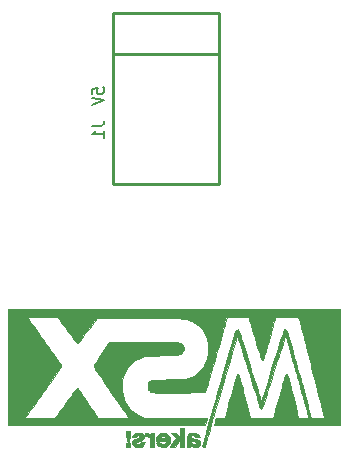
<source format=gbr>
G04 #@! TF.GenerationSoftware,KiCad,Pcbnew,5.1.10-1.fc33*
G04 #@! TF.CreationDate,2021-05-23T00:59:55+02:00*
G04 #@! TF.ProjectId,Omega_DC-DC_adaptor_1.5,4f6d6567-615f-4444-932d-44435f616461,rev?*
G04 #@! TF.SameCoordinates,Original*
G04 #@! TF.FileFunction,Legend,Bot*
G04 #@! TF.FilePolarity,Positive*
%FSLAX46Y46*%
G04 Gerber Fmt 4.6, Leading zero omitted, Abs format (unit mm)*
G04 Created by KiCad (PCBNEW 5.1.10-1.fc33) date 2021-05-23 00:59:55*
%MOMM*%
%LPD*%
G01*
G04 APERTURE LIST*
%ADD10C,0.010000*%
%ADD11C,0.254000*%
%ADD12C,0.203200*%
G04 APERTURE END LIST*
D10*
G36*
X191738250Y-155194000D02*
G01*
X208397038Y-155194000D01*
X208469698Y-154932062D01*
X208504889Y-154805193D01*
X208534838Y-154697215D01*
X208554483Y-154626372D01*
X208557757Y-154614562D01*
X208557930Y-154604718D01*
X208550004Y-154596108D01*
X208530036Y-154588649D01*
X208494082Y-154582259D01*
X208438196Y-154576855D01*
X208358435Y-154572356D01*
X208250855Y-154568679D01*
X208111511Y-154565742D01*
X207936459Y-154563463D01*
X207721754Y-154561760D01*
X207463453Y-154560550D01*
X207157611Y-154559751D01*
X206800284Y-154559281D01*
X206387527Y-154559058D01*
X205915396Y-154559000D01*
X203211112Y-154559000D01*
X202884034Y-154383672D01*
X202596337Y-154220295D01*
X202358951Y-154063592D01*
X202160644Y-153904586D01*
X201990186Y-153734298D01*
X201840522Y-153549434D01*
X201648275Y-153253774D01*
X201507532Y-152953280D01*
X201411743Y-152630959D01*
X201357127Y-152295517D01*
X201334284Y-151849266D01*
X201367514Y-151430072D01*
X201456298Y-151039274D01*
X201600120Y-150678212D01*
X201798463Y-150348227D01*
X202050809Y-150050659D01*
X202312447Y-149820289D01*
X202490911Y-149694599D01*
X202688830Y-149575252D01*
X202888609Y-149471513D01*
X203072652Y-149392650D01*
X203200000Y-149352921D01*
X203266681Y-149343739D01*
X203387859Y-149333598D01*
X203554550Y-149322987D01*
X203757768Y-149312399D01*
X203988527Y-149302326D01*
X204237842Y-149293259D01*
X204358875Y-149289486D01*
X204748267Y-149277676D01*
X205079263Y-149266857D01*
X205356956Y-149256766D01*
X205586437Y-149247141D01*
X205772798Y-149237716D01*
X205921132Y-149228230D01*
X206036530Y-149218419D01*
X206124085Y-149208019D01*
X206188889Y-149196767D01*
X206200125Y-149194261D01*
X206336689Y-149132499D01*
X206451983Y-149024970D01*
X206536672Y-148887561D01*
X206581419Y-148736159D01*
X206576886Y-148586651D01*
X206570820Y-148563484D01*
X206514699Y-148446516D01*
X206425439Y-148332269D01*
X206321219Y-148240363D01*
X206226725Y-148192116D01*
X206182399Y-148188303D01*
X206079187Y-148184407D01*
X205921704Y-148180484D01*
X205714562Y-148176592D01*
X205462377Y-148172787D01*
X205169763Y-148169127D01*
X204841332Y-148165669D01*
X204481701Y-148162470D01*
X204095482Y-148159587D01*
X203687289Y-148157078D01*
X203261737Y-148154999D01*
X203214502Y-148154801D01*
X200292129Y-148142742D01*
X199782871Y-148882308D01*
X199591035Y-149161130D01*
X199432249Y-149392703D01*
X199303403Y-149581980D01*
X199201387Y-149733911D01*
X199123091Y-149853448D01*
X199065404Y-149945540D01*
X199025216Y-150015141D01*
X198999418Y-150067199D01*
X198984900Y-150106667D01*
X198978551Y-150138495D01*
X198977250Y-150164798D01*
X198984032Y-150204474D01*
X199005643Y-150261728D01*
X199043978Y-150339446D01*
X199100934Y-150440516D01*
X199178408Y-150567824D01*
X199278296Y-150724257D01*
X199402495Y-150912702D01*
X199552901Y-151136046D01*
X199731411Y-151397175D01*
X199939922Y-151698976D01*
X200180329Y-152044337D01*
X200454530Y-152436144D01*
X200685602Y-152765209D01*
X200929504Y-153112268D01*
X201139236Y-153411033D01*
X201317257Y-153665077D01*
X201466026Y-153877978D01*
X201588003Y-154053309D01*
X201685646Y-154194647D01*
X201761415Y-154305567D01*
X201817769Y-154389644D01*
X201857167Y-154450455D01*
X201882069Y-154491573D01*
X201894933Y-154516575D01*
X201898250Y-154528297D01*
X201866993Y-154536322D01*
X201775176Y-154543191D01*
X201625727Y-154548840D01*
X201421577Y-154553199D01*
X201165655Y-154556202D01*
X200860892Y-154557782D01*
X200604438Y-154557994D01*
X199310625Y-154556988D01*
X199178777Y-154359556D01*
X199095286Y-154235136D01*
X198988991Y-154077667D01*
X198864598Y-153894042D01*
X198726815Y-153691155D01*
X198580348Y-153475896D01*
X198429903Y-153255158D01*
X198280186Y-153035833D01*
X198135904Y-152824814D01*
X198001763Y-152628992D01*
X197882469Y-152455261D01*
X197782730Y-152310512D01*
X197707251Y-152201638D01*
X197660739Y-152135530D01*
X197650982Y-152122187D01*
X197597051Y-152057458D01*
X197557755Y-152021564D01*
X197551006Y-152019000D01*
X197523306Y-152044424D01*
X197461455Y-152118557D01*
X197367860Y-152238185D01*
X197244927Y-152400096D01*
X197095064Y-152601077D01*
X196920677Y-152837917D01*
X196724174Y-153107401D01*
X196507962Y-153406319D01*
X196421014Y-153527125D01*
X196280850Y-153721964D01*
X196146248Y-153908777D01*
X196023651Y-154078646D01*
X195919501Y-154222651D01*
X195840241Y-154331872D01*
X195796064Y-154392312D01*
X195673193Y-154559000D01*
X194402348Y-154559000D01*
X194074121Y-154558627D01*
X193804628Y-154557409D01*
X193589110Y-154555193D01*
X193422805Y-154551829D01*
X193300952Y-154547165D01*
X193218790Y-154541048D01*
X193171558Y-154533329D01*
X193154495Y-154523854D01*
X193155181Y-154519312D01*
X193185744Y-154473640D01*
X193240913Y-154395578D01*
X193295007Y-154320875D01*
X193440838Y-154120535D01*
X193605626Y-153892373D01*
X193786197Y-153640907D01*
X193979378Y-153370656D01*
X194181996Y-153086137D01*
X194390877Y-152791869D01*
X194602850Y-152492370D01*
X194814740Y-152192158D01*
X195023374Y-151895750D01*
X195225580Y-151607666D01*
X195418184Y-151332424D01*
X195598014Y-151074540D01*
X195761895Y-150838535D01*
X195906655Y-150628924D01*
X196029122Y-150450228D01*
X196126121Y-150306964D01*
X196194479Y-150203650D01*
X196231024Y-150144804D01*
X196236364Y-150132729D01*
X196215767Y-150100791D01*
X196161164Y-150021372D01*
X196075498Y-149898635D01*
X195961711Y-149736742D01*
X195822746Y-149539857D01*
X195661545Y-149312143D01*
X195481050Y-149057762D01*
X195284205Y-148780878D01*
X195073951Y-148485653D01*
X194874370Y-148205859D01*
X194651864Y-147894066D01*
X194438035Y-147594247D01*
X194236075Y-147310892D01*
X194049180Y-147048494D01*
X193880546Y-146811542D01*
X193733366Y-146604527D01*
X193610835Y-146431941D01*
X193516149Y-146298274D01*
X193452502Y-146208017D01*
X193425382Y-146169062D01*
X193322700Y-146018250D01*
X194538663Y-146017816D01*
X194812638Y-146017312D01*
X195068336Y-146016065D01*
X195298402Y-146014168D01*
X195495482Y-146011715D01*
X195652220Y-146008801D01*
X195761261Y-146005520D01*
X195815250Y-146001967D01*
X195818125Y-146001421D01*
X195844362Y-146004024D01*
X195879460Y-146027275D01*
X195928054Y-146076732D01*
X195994781Y-146157952D01*
X196084277Y-146276494D01*
X196201178Y-146437913D01*
X196310250Y-146591341D01*
X196577984Y-146968010D01*
X196811518Y-147292715D01*
X197011642Y-147566486D01*
X197179140Y-147790354D01*
X197314801Y-147965348D01*
X197419409Y-148092498D01*
X197493753Y-148172834D01*
X197538619Y-148207386D01*
X197545759Y-148209000D01*
X197571882Y-148204408D01*
X197603186Y-148187845D01*
X197643147Y-148155128D01*
X197695242Y-148102075D01*
X197762946Y-148024503D01*
X197849737Y-147918230D01*
X197959090Y-147779073D01*
X198094482Y-147602851D01*
X198259388Y-147385380D01*
X198457285Y-147122478D01*
X198536082Y-147017494D01*
X199245669Y-146071588D01*
X202575820Y-146093928D01*
X203171226Y-146098070D01*
X203706661Y-146102173D01*
X204185655Y-146106366D01*
X204611737Y-146110774D01*
X204988435Y-146115526D01*
X205319279Y-146120747D01*
X205607798Y-146126565D01*
X205857521Y-146133107D01*
X206071976Y-146140501D01*
X206254695Y-146148872D01*
X206409204Y-146158348D01*
X206539034Y-146169057D01*
X206647713Y-146181124D01*
X206738772Y-146194678D01*
X206815737Y-146209845D01*
X206882140Y-146226753D01*
X206941509Y-146245527D01*
X206958891Y-146251693D01*
X207281088Y-146394869D01*
X207583750Y-146580173D01*
X207860116Y-146800309D01*
X208103426Y-147047979D01*
X208306919Y-147315888D01*
X208463833Y-147596737D01*
X208567409Y-147883230D01*
X208595860Y-148018500D01*
X208611718Y-148163536D01*
X208622179Y-148354558D01*
X208627201Y-148574275D01*
X208626742Y-148805400D01*
X208620763Y-149030643D01*
X208609221Y-149232714D01*
X208599011Y-149340897D01*
X208539851Y-149616591D01*
X208429185Y-149901669D01*
X208275165Y-150183759D01*
X208085940Y-150450490D01*
X207869662Y-150689490D01*
X207634482Y-150888388D01*
X207535791Y-150954663D01*
X207415387Y-151026859D01*
X207302233Y-151087278D01*
X207189101Y-151137162D01*
X207068762Y-151177751D01*
X206933988Y-151210284D01*
X206777550Y-151236001D01*
X206592220Y-151256143D01*
X206370770Y-151271949D01*
X206105970Y-151284659D01*
X205790593Y-151295514D01*
X205501875Y-151303568D01*
X205181362Y-151313291D01*
X204875086Y-151325117D01*
X204589982Y-151338606D01*
X204332986Y-151353315D01*
X204111033Y-151368804D01*
X203931058Y-151384629D01*
X203799996Y-151400350D01*
X203724784Y-151415524D01*
X203720523Y-151417024D01*
X203653081Y-151462924D01*
X203587094Y-151537691D01*
X203579019Y-151549896D01*
X203543540Y-151618469D01*
X203525948Y-151693935D01*
X203522845Y-151797821D01*
X203526519Y-151882630D01*
X203538387Y-152016277D01*
X203560311Y-152110116D01*
X203599318Y-152187765D01*
X203630411Y-152231880D01*
X203695633Y-152313191D01*
X203753333Y-152376682D01*
X203770209Y-152392205D01*
X203811903Y-152400582D01*
X203910836Y-152407831D01*
X204060759Y-152413979D01*
X204255419Y-152419052D01*
X204488569Y-152423076D01*
X204753956Y-152426078D01*
X205045330Y-152428083D01*
X205356442Y-152429118D01*
X205681041Y-152429208D01*
X206012877Y-152428381D01*
X206345699Y-152426663D01*
X206673257Y-152424079D01*
X206989301Y-152420657D01*
X207287580Y-152416421D01*
X207561844Y-152411399D01*
X207805843Y-152405616D01*
X208013327Y-152399099D01*
X208178045Y-152391875D01*
X208293746Y-152383969D01*
X208354181Y-152375407D01*
X208360278Y-152372943D01*
X208399799Y-152323865D01*
X208446587Y-152222616D01*
X208502246Y-152065336D01*
X208544772Y-151928443D01*
X208572816Y-151833270D01*
X208616545Y-151683016D01*
X208674245Y-151483668D01*
X208744200Y-151241216D01*
X208824697Y-150961646D01*
X208914019Y-150650947D01*
X209010453Y-150315107D01*
X209112282Y-149960114D01*
X209217793Y-149591957D01*
X209325270Y-149216623D01*
X209432998Y-148840100D01*
X209539262Y-148468376D01*
X209642348Y-148107440D01*
X209740540Y-147763280D01*
X209832124Y-147441883D01*
X209915385Y-147149238D01*
X209988607Y-146891332D01*
X210050076Y-146674154D01*
X210082822Y-146558000D01*
X210239119Y-146002375D01*
X211128911Y-145998091D01*
X211361023Y-145997672D01*
X211572644Y-145998626D01*
X211755388Y-146000808D01*
X211900870Y-146004074D01*
X212000703Y-146008277D01*
X212046503Y-146013274D01*
X212048039Y-146013966D01*
X212064441Y-146048901D01*
X212095121Y-146136531D01*
X212137410Y-146268356D01*
X212188638Y-146435875D01*
X212246134Y-146630586D01*
X212293689Y-146796125D01*
X212450459Y-147345257D01*
X212591752Y-147833586D01*
X212717795Y-148261836D01*
X212828815Y-148630732D01*
X212925040Y-148940998D01*
X213006695Y-149193359D01*
X213074008Y-149388539D01*
X213127206Y-149527262D01*
X213166516Y-149610253D01*
X213182456Y-149632563D01*
X213245684Y-149663307D01*
X213302806Y-149637746D01*
X213336750Y-149568920D01*
X213351252Y-149515144D01*
X213380943Y-149412128D01*
X213422443Y-149271357D01*
X213472370Y-149104317D01*
X213517431Y-148955125D01*
X213574198Y-148767047D01*
X213627654Y-148588107D01*
X213673716Y-148432111D01*
X213708299Y-148312868D01*
X213724041Y-148256625D01*
X213742778Y-148188095D01*
X213776176Y-148066923D01*
X213821871Y-147901642D01*
X213877501Y-147700786D01*
X213940703Y-147472887D01*
X214009114Y-147226480D01*
X214055559Y-147059337D01*
X214123785Y-146813549D01*
X214186262Y-146587797D01*
X214241028Y-146389221D01*
X214286122Y-146224960D01*
X214319583Y-146102153D01*
X214339450Y-146027937D01*
X214344251Y-146008420D01*
X214374722Y-146005454D01*
X214461028Y-146002945D01*
X214595502Y-146000966D01*
X214770478Y-145999589D01*
X214978293Y-145998886D01*
X215211280Y-145998930D01*
X215320563Y-145999207D01*
X216296875Y-146002375D01*
X216399958Y-146399250D01*
X216433353Y-146528267D01*
X216479671Y-146707854D01*
X216536096Y-146927061D01*
X216599813Y-147174939D01*
X216668006Y-147440537D01*
X216737861Y-147712907D01*
X216775488Y-147859750D01*
X216842425Y-148120851D01*
X216906916Y-148372004D01*
X216966620Y-148604116D01*
X217019192Y-148808094D01*
X217062292Y-148974845D01*
X217093575Y-149095277D01*
X217106783Y-149145625D01*
X217125633Y-149218241D01*
X217158351Y-149345911D01*
X217203283Y-149522117D01*
X217258773Y-149740340D01*
X217323166Y-149994060D01*
X217394808Y-150276760D01*
X217472043Y-150581920D01*
X217553216Y-150903021D01*
X217598515Y-151082375D01*
X217688029Y-151436782D01*
X217780042Y-151800858D01*
X217872041Y-152164668D01*
X217961511Y-152518275D01*
X218045936Y-152851743D01*
X218122802Y-153155137D01*
X218189593Y-153418520D01*
X218243796Y-153631955D01*
X218251574Y-153662545D01*
X218308561Y-153887154D01*
X218360070Y-154091227D01*
X218404112Y-154266807D01*
X218438701Y-154405937D01*
X218461850Y-154500657D01*
X218471573Y-154543009D01*
X218471751Y-154544357D01*
X218441720Y-154549156D01*
X218358475Y-154552381D01*
X218232286Y-154553891D01*
X218073421Y-154553544D01*
X217928198Y-154551812D01*
X217384646Y-154543125D01*
X217148951Y-153701750D01*
X217089056Y-153487967D01*
X217015230Y-153224504D01*
X216930686Y-152922823D01*
X216838636Y-152594385D01*
X216742293Y-152250652D01*
X216644868Y-151903086D01*
X216549574Y-151563148D01*
X216503801Y-151399875D01*
X216403224Y-151040929D01*
X216292587Y-150645745D01*
X216176294Y-150230073D01*
X216058749Y-149809669D01*
X215944358Y-149400286D01*
X215837523Y-149017678D01*
X215742651Y-148677597D01*
X215727082Y-148621750D01*
X215648119Y-148339873D01*
X215572891Y-148074035D01*
X215503403Y-147831122D01*
X215441659Y-147618023D01*
X215389663Y-147441623D01*
X215349418Y-147308811D01*
X215322929Y-147226474D01*
X215314857Y-147204993D01*
X215266369Y-147139961D01*
X215197204Y-147089853D01*
X215128439Y-147066283D01*
X215083918Y-147077749D01*
X215078482Y-147088626D01*
X215067743Y-147117036D01*
X215050758Y-147165935D01*
X215026589Y-147238279D01*
X214994294Y-147337026D01*
X214952934Y-147465131D01*
X214901569Y-147625551D01*
X214839257Y-147821244D01*
X214765059Y-148055165D01*
X214678035Y-148330271D01*
X214577244Y-148649519D01*
X214461745Y-149015865D01*
X214330600Y-149432267D01*
X214182867Y-149901680D01*
X214017606Y-150427061D01*
X213916369Y-150749000D01*
X213806971Y-151096903D01*
X213701604Y-151431962D01*
X213602076Y-151748420D01*
X213510201Y-152040519D01*
X213427788Y-152302503D01*
X213356648Y-152528614D01*
X213298594Y-152713096D01*
X213255435Y-152850190D01*
X213228984Y-152934141D01*
X213224684Y-152947763D01*
X213188986Y-153049101D01*
X213157711Y-153117358D01*
X213137034Y-153139330D01*
X213135588Y-153138263D01*
X213131008Y-153130232D01*
X213123313Y-153111659D01*
X213111588Y-153079666D01*
X213094918Y-153031371D01*
X213072388Y-152963896D01*
X213043084Y-152874362D01*
X213006092Y-152759887D01*
X212960495Y-152617593D01*
X212905379Y-152444600D01*
X212839830Y-152238028D01*
X212762933Y-151994998D01*
X212673773Y-151712630D01*
X212571435Y-151388044D01*
X212455005Y-151018360D01*
X212323567Y-150600700D01*
X212176207Y-150132183D01*
X212012010Y-149609929D01*
X211830061Y-149031059D01*
X211756305Y-148796375D01*
X211657417Y-148482517D01*
X211563796Y-148186934D01*
X211477230Y-147915160D01*
X211399505Y-147672736D01*
X211332410Y-147465197D01*
X211277732Y-147298082D01*
X211237257Y-147176928D01*
X211212773Y-147107274D01*
X211206298Y-147092254D01*
X211151855Y-147076731D01*
X211076568Y-147096295D01*
X211004598Y-147141233D01*
X210965613Y-147188996D01*
X210951628Y-147227104D01*
X210924027Y-147313496D01*
X210882546Y-147449072D01*
X210826926Y-147634732D01*
X210756904Y-147871375D01*
X210672220Y-148159901D01*
X210572611Y-148501211D01*
X210457817Y-148896203D01*
X210327576Y-149345777D01*
X210181626Y-149850833D01*
X210019707Y-150412271D01*
X209841557Y-151030990D01*
X209646915Y-151707890D01*
X209435519Y-152443871D01*
X209207107Y-153239833D01*
X209152026Y-153431875D01*
X209068566Y-153722272D01*
X208982369Y-154021084D01*
X208896983Y-154316090D01*
X208815955Y-154595070D01*
X208742832Y-154845801D01*
X208681163Y-155056064D01*
X208647361Y-155170428D01*
X208592692Y-155356480D01*
X208544889Y-155522919D01*
X208506744Y-155659709D01*
X208481050Y-155756818D01*
X208470600Y-155804211D01*
X208470500Y-155805886D01*
X208461459Y-155848902D01*
X208436555Y-155940805D01*
X208399120Y-156069954D01*
X208352483Y-156224706D01*
X208327715Y-156304962D01*
X208261405Y-156518786D01*
X208212981Y-156679967D01*
X208181667Y-156796559D01*
X208166688Y-156876614D01*
X208167270Y-156928187D01*
X208182637Y-156959330D01*
X208212014Y-156978097D01*
X208254626Y-156992541D01*
X208261338Y-156994595D01*
X208335979Y-157014126D01*
X208373487Y-157002370D01*
X208396504Y-156946572D01*
X208405577Y-156913345D01*
X208427927Y-156829708D01*
X208460746Y-156706506D01*
X208498227Y-156565551D01*
X208512549Y-156511625D01*
X208543228Y-156399518D01*
X208588401Y-156239062D01*
X208644477Y-156042781D01*
X208707865Y-155823196D01*
X208774976Y-155592829D01*
X208817492Y-155448000D01*
X208914455Y-155117984D01*
X209021384Y-154752569D01*
X209139012Y-154349221D01*
X209268072Y-153905411D01*
X209409296Y-153418605D01*
X209563417Y-152886274D01*
X209731168Y-152305885D01*
X209913283Y-151674908D01*
X210110493Y-150990810D01*
X210323531Y-150251060D01*
X210553131Y-149453128D01*
X210586784Y-149336125D01*
X210678304Y-149018462D01*
X210764764Y-148719425D01*
X210844550Y-148444522D01*
X210916048Y-148199262D01*
X210977646Y-147989153D01*
X211027730Y-147819704D01*
X211064686Y-147696424D01*
X211086901Y-147624821D01*
X211092819Y-147608395D01*
X211117144Y-147608395D01*
X211128983Y-147640938D01*
X211158127Y-147729013D01*
X211202979Y-147867532D01*
X211261938Y-148051408D01*
X211333406Y-148275552D01*
X211415783Y-148534877D01*
X211507470Y-148824294D01*
X211606868Y-149138715D01*
X211712378Y-149473052D01*
X211822401Y-149822218D01*
X211935337Y-150181124D01*
X212049588Y-150544681D01*
X212163554Y-150907803D01*
X212275636Y-151265401D01*
X212384235Y-151612387D01*
X212487751Y-151943674D01*
X212584586Y-152254172D01*
X212673141Y-152538794D01*
X212751816Y-152792451D01*
X212819012Y-153010057D01*
X212873130Y-153186523D01*
X212912571Y-153316760D01*
X212932482Y-153384250D01*
X212993466Y-153588619D01*
X213043643Y-153733068D01*
X213086483Y-153819546D01*
X213125454Y-153850008D01*
X213164028Y-153826405D01*
X213205674Y-153750689D01*
X213253862Y-153624813D01*
X213271064Y-153574750D01*
X213311051Y-153454266D01*
X213368862Y-153276747D01*
X213443361Y-153045761D01*
X213533415Y-152764876D01*
X213637888Y-152437660D01*
X213755645Y-152067682D01*
X213885553Y-151658511D01*
X214026476Y-151213714D01*
X214177280Y-150736860D01*
X214336830Y-150231517D01*
X214503991Y-149701254D01*
X214632033Y-149294569D01*
X214762975Y-148880382D01*
X214876331Y-148526008D01*
X214972473Y-148230350D01*
X215051773Y-147992315D01*
X215114601Y-147810807D01*
X215161332Y-147684731D01*
X215192335Y-147612991D01*
X215207984Y-147594493D01*
X215208911Y-147595944D01*
X215220525Y-147633601D01*
X215248079Y-147728462D01*
X215290455Y-147876562D01*
X215346537Y-148073939D01*
X215415209Y-148316629D01*
X215495354Y-148600670D01*
X215585854Y-148922097D01*
X215685594Y-149276947D01*
X215793456Y-149661258D01*
X215908325Y-150071065D01*
X216029082Y-150502407D01*
X216154612Y-150951318D01*
X216186797Y-151066500D01*
X216313187Y-151518792D01*
X216434922Y-151954250D01*
X216550897Y-152368936D01*
X216660010Y-152758912D01*
X216761156Y-153120242D01*
X216853234Y-153448989D01*
X216935140Y-153741216D01*
X217005771Y-153992986D01*
X217064024Y-154200361D01*
X217108794Y-154359406D01*
X217138981Y-154466182D01*
X217153479Y-154516754D01*
X217154540Y-154520204D01*
X217147408Y-154536760D01*
X217107122Y-154547569D01*
X217025884Y-154553221D01*
X216895895Y-154554305D01*
X216735145Y-154551954D01*
X216301599Y-154543125D01*
X215977683Y-153241375D01*
X215904337Y-152947973D01*
X215831811Y-152660384D01*
X215762377Y-152387442D01*
X215698308Y-152137982D01*
X215641877Y-151920836D01*
X215595356Y-151744839D01*
X215561018Y-151618825D01*
X215552938Y-151590375D01*
X215506685Y-151429290D01*
X215461669Y-151271001D01*
X215423973Y-151136976D01*
X215404989Y-151068319D01*
X215355911Y-150921184D01*
X215306404Y-150835561D01*
X215257668Y-150811884D01*
X215210900Y-150850587D01*
X215167297Y-150952104D01*
X215159284Y-150979187D01*
X215141796Y-151041377D01*
X215109114Y-151157403D01*
X215063290Y-151319989D01*
X215006379Y-151521856D01*
X214940431Y-151755728D01*
X214867501Y-152014328D01*
X214789641Y-152290380D01*
X214708903Y-152576605D01*
X214627341Y-152865727D01*
X214547008Y-153150470D01*
X214469956Y-153423555D01*
X214398237Y-153677707D01*
X214333906Y-153905648D01*
X214279014Y-154100100D01*
X214235615Y-154253788D01*
X214205761Y-154359434D01*
X214196327Y-154392774D01*
X214148976Y-154559923D01*
X212237418Y-154543125D01*
X211881337Y-153225500D01*
X211800208Y-152926441D01*
X211718988Y-152629165D01*
X211640288Y-152343087D01*
X211566721Y-152077624D01*
X211500901Y-151842190D01*
X211445439Y-151646203D01*
X211402950Y-151499079D01*
X211392375Y-151463375D01*
X211342977Y-151296807D01*
X211298576Y-151144647D01*
X211263179Y-151020797D01*
X211240789Y-150939160D01*
X211236883Y-150923625D01*
X211201523Y-150848044D01*
X211153377Y-150828375D01*
X211113155Y-150843852D01*
X211077470Y-150897843D01*
X211039211Y-151001682D01*
X211033849Y-151018875D01*
X210978964Y-151201136D01*
X210910486Y-151434884D01*
X210831196Y-151710253D01*
X210743874Y-152017376D01*
X210651300Y-152346389D01*
X210556255Y-152687425D01*
X210461519Y-153030618D01*
X210369873Y-153366102D01*
X210311305Y-153582687D01*
X210048514Y-154559000D01*
X209336418Y-154559000D01*
X209252709Y-154853971D01*
X209216747Y-154982892D01*
X209188523Y-155088258D01*
X209171860Y-155155564D01*
X209169000Y-155171471D01*
X209200203Y-155173911D01*
X209291621Y-155176277D01*
X209439971Y-155178555D01*
X209641967Y-155180732D01*
X209894325Y-155182794D01*
X210193762Y-155184726D01*
X210536992Y-155186515D01*
X210920732Y-155188147D01*
X211341696Y-155189607D01*
X211796601Y-155190883D01*
X212282162Y-155191960D01*
X212795094Y-155192824D01*
X213332114Y-155193461D01*
X213889937Y-155193857D01*
X214465278Y-155193999D01*
X214487125Y-155194000D01*
X219805250Y-155194000D01*
X219805250Y-145319750D01*
X191738250Y-145319750D01*
X191738250Y-155194000D01*
G37*
X191738250Y-155194000D02*
X208397038Y-155194000D01*
X208469698Y-154932062D01*
X208504889Y-154805193D01*
X208534838Y-154697215D01*
X208554483Y-154626372D01*
X208557757Y-154614562D01*
X208557930Y-154604718D01*
X208550004Y-154596108D01*
X208530036Y-154588649D01*
X208494082Y-154582259D01*
X208438196Y-154576855D01*
X208358435Y-154572356D01*
X208250855Y-154568679D01*
X208111511Y-154565742D01*
X207936459Y-154563463D01*
X207721754Y-154561760D01*
X207463453Y-154560550D01*
X207157611Y-154559751D01*
X206800284Y-154559281D01*
X206387527Y-154559058D01*
X205915396Y-154559000D01*
X203211112Y-154559000D01*
X202884034Y-154383672D01*
X202596337Y-154220295D01*
X202358951Y-154063592D01*
X202160644Y-153904586D01*
X201990186Y-153734298D01*
X201840522Y-153549434D01*
X201648275Y-153253774D01*
X201507532Y-152953280D01*
X201411743Y-152630959D01*
X201357127Y-152295517D01*
X201334284Y-151849266D01*
X201367514Y-151430072D01*
X201456298Y-151039274D01*
X201600120Y-150678212D01*
X201798463Y-150348227D01*
X202050809Y-150050659D01*
X202312447Y-149820289D01*
X202490911Y-149694599D01*
X202688830Y-149575252D01*
X202888609Y-149471513D01*
X203072652Y-149392650D01*
X203200000Y-149352921D01*
X203266681Y-149343739D01*
X203387859Y-149333598D01*
X203554550Y-149322987D01*
X203757768Y-149312399D01*
X203988527Y-149302326D01*
X204237842Y-149293259D01*
X204358875Y-149289486D01*
X204748267Y-149277676D01*
X205079263Y-149266857D01*
X205356956Y-149256766D01*
X205586437Y-149247141D01*
X205772798Y-149237716D01*
X205921132Y-149228230D01*
X206036530Y-149218419D01*
X206124085Y-149208019D01*
X206188889Y-149196767D01*
X206200125Y-149194261D01*
X206336689Y-149132499D01*
X206451983Y-149024970D01*
X206536672Y-148887561D01*
X206581419Y-148736159D01*
X206576886Y-148586651D01*
X206570820Y-148563484D01*
X206514699Y-148446516D01*
X206425439Y-148332269D01*
X206321219Y-148240363D01*
X206226725Y-148192116D01*
X206182399Y-148188303D01*
X206079187Y-148184407D01*
X205921704Y-148180484D01*
X205714562Y-148176592D01*
X205462377Y-148172787D01*
X205169763Y-148169127D01*
X204841332Y-148165669D01*
X204481701Y-148162470D01*
X204095482Y-148159587D01*
X203687289Y-148157078D01*
X203261737Y-148154999D01*
X203214502Y-148154801D01*
X200292129Y-148142742D01*
X199782871Y-148882308D01*
X199591035Y-149161130D01*
X199432249Y-149392703D01*
X199303403Y-149581980D01*
X199201387Y-149733911D01*
X199123091Y-149853448D01*
X199065404Y-149945540D01*
X199025216Y-150015141D01*
X198999418Y-150067199D01*
X198984900Y-150106667D01*
X198978551Y-150138495D01*
X198977250Y-150164798D01*
X198984032Y-150204474D01*
X199005643Y-150261728D01*
X199043978Y-150339446D01*
X199100934Y-150440516D01*
X199178408Y-150567824D01*
X199278296Y-150724257D01*
X199402495Y-150912702D01*
X199552901Y-151136046D01*
X199731411Y-151397175D01*
X199939922Y-151698976D01*
X200180329Y-152044337D01*
X200454530Y-152436144D01*
X200685602Y-152765209D01*
X200929504Y-153112268D01*
X201139236Y-153411033D01*
X201317257Y-153665077D01*
X201466026Y-153877978D01*
X201588003Y-154053309D01*
X201685646Y-154194647D01*
X201761415Y-154305567D01*
X201817769Y-154389644D01*
X201857167Y-154450455D01*
X201882069Y-154491573D01*
X201894933Y-154516575D01*
X201898250Y-154528297D01*
X201866993Y-154536322D01*
X201775176Y-154543191D01*
X201625727Y-154548840D01*
X201421577Y-154553199D01*
X201165655Y-154556202D01*
X200860892Y-154557782D01*
X200604438Y-154557994D01*
X199310625Y-154556988D01*
X199178777Y-154359556D01*
X199095286Y-154235136D01*
X198988991Y-154077667D01*
X198864598Y-153894042D01*
X198726815Y-153691155D01*
X198580348Y-153475896D01*
X198429903Y-153255158D01*
X198280186Y-153035833D01*
X198135904Y-152824814D01*
X198001763Y-152628992D01*
X197882469Y-152455261D01*
X197782730Y-152310512D01*
X197707251Y-152201638D01*
X197660739Y-152135530D01*
X197650982Y-152122187D01*
X197597051Y-152057458D01*
X197557755Y-152021564D01*
X197551006Y-152019000D01*
X197523306Y-152044424D01*
X197461455Y-152118557D01*
X197367860Y-152238185D01*
X197244927Y-152400096D01*
X197095064Y-152601077D01*
X196920677Y-152837917D01*
X196724174Y-153107401D01*
X196507962Y-153406319D01*
X196421014Y-153527125D01*
X196280850Y-153721964D01*
X196146248Y-153908777D01*
X196023651Y-154078646D01*
X195919501Y-154222651D01*
X195840241Y-154331872D01*
X195796064Y-154392312D01*
X195673193Y-154559000D01*
X194402348Y-154559000D01*
X194074121Y-154558627D01*
X193804628Y-154557409D01*
X193589110Y-154555193D01*
X193422805Y-154551829D01*
X193300952Y-154547165D01*
X193218790Y-154541048D01*
X193171558Y-154533329D01*
X193154495Y-154523854D01*
X193155181Y-154519312D01*
X193185744Y-154473640D01*
X193240913Y-154395578D01*
X193295007Y-154320875D01*
X193440838Y-154120535D01*
X193605626Y-153892373D01*
X193786197Y-153640907D01*
X193979378Y-153370656D01*
X194181996Y-153086137D01*
X194390877Y-152791869D01*
X194602850Y-152492370D01*
X194814740Y-152192158D01*
X195023374Y-151895750D01*
X195225580Y-151607666D01*
X195418184Y-151332424D01*
X195598014Y-151074540D01*
X195761895Y-150838535D01*
X195906655Y-150628924D01*
X196029122Y-150450228D01*
X196126121Y-150306964D01*
X196194479Y-150203650D01*
X196231024Y-150144804D01*
X196236364Y-150132729D01*
X196215767Y-150100791D01*
X196161164Y-150021372D01*
X196075498Y-149898635D01*
X195961711Y-149736742D01*
X195822746Y-149539857D01*
X195661545Y-149312143D01*
X195481050Y-149057762D01*
X195284205Y-148780878D01*
X195073951Y-148485653D01*
X194874370Y-148205859D01*
X194651864Y-147894066D01*
X194438035Y-147594247D01*
X194236075Y-147310892D01*
X194049180Y-147048494D01*
X193880546Y-146811542D01*
X193733366Y-146604527D01*
X193610835Y-146431941D01*
X193516149Y-146298274D01*
X193452502Y-146208017D01*
X193425382Y-146169062D01*
X193322700Y-146018250D01*
X194538663Y-146017816D01*
X194812638Y-146017312D01*
X195068336Y-146016065D01*
X195298402Y-146014168D01*
X195495482Y-146011715D01*
X195652220Y-146008801D01*
X195761261Y-146005520D01*
X195815250Y-146001967D01*
X195818125Y-146001421D01*
X195844362Y-146004024D01*
X195879460Y-146027275D01*
X195928054Y-146076732D01*
X195994781Y-146157952D01*
X196084277Y-146276494D01*
X196201178Y-146437913D01*
X196310250Y-146591341D01*
X196577984Y-146968010D01*
X196811518Y-147292715D01*
X197011642Y-147566486D01*
X197179140Y-147790354D01*
X197314801Y-147965348D01*
X197419409Y-148092498D01*
X197493753Y-148172834D01*
X197538619Y-148207386D01*
X197545759Y-148209000D01*
X197571882Y-148204408D01*
X197603186Y-148187845D01*
X197643147Y-148155128D01*
X197695242Y-148102075D01*
X197762946Y-148024503D01*
X197849737Y-147918230D01*
X197959090Y-147779073D01*
X198094482Y-147602851D01*
X198259388Y-147385380D01*
X198457285Y-147122478D01*
X198536082Y-147017494D01*
X199245669Y-146071588D01*
X202575820Y-146093928D01*
X203171226Y-146098070D01*
X203706661Y-146102173D01*
X204185655Y-146106366D01*
X204611737Y-146110774D01*
X204988435Y-146115526D01*
X205319279Y-146120747D01*
X205607798Y-146126565D01*
X205857521Y-146133107D01*
X206071976Y-146140501D01*
X206254695Y-146148872D01*
X206409204Y-146158348D01*
X206539034Y-146169057D01*
X206647713Y-146181124D01*
X206738772Y-146194678D01*
X206815737Y-146209845D01*
X206882140Y-146226753D01*
X206941509Y-146245527D01*
X206958891Y-146251693D01*
X207281088Y-146394869D01*
X207583750Y-146580173D01*
X207860116Y-146800309D01*
X208103426Y-147047979D01*
X208306919Y-147315888D01*
X208463833Y-147596737D01*
X208567409Y-147883230D01*
X208595860Y-148018500D01*
X208611718Y-148163536D01*
X208622179Y-148354558D01*
X208627201Y-148574275D01*
X208626742Y-148805400D01*
X208620763Y-149030643D01*
X208609221Y-149232714D01*
X208599011Y-149340897D01*
X208539851Y-149616591D01*
X208429185Y-149901669D01*
X208275165Y-150183759D01*
X208085940Y-150450490D01*
X207869662Y-150689490D01*
X207634482Y-150888388D01*
X207535791Y-150954663D01*
X207415387Y-151026859D01*
X207302233Y-151087278D01*
X207189101Y-151137162D01*
X207068762Y-151177751D01*
X206933988Y-151210284D01*
X206777550Y-151236001D01*
X206592220Y-151256143D01*
X206370770Y-151271949D01*
X206105970Y-151284659D01*
X205790593Y-151295514D01*
X205501875Y-151303568D01*
X205181362Y-151313291D01*
X204875086Y-151325117D01*
X204589982Y-151338606D01*
X204332986Y-151353315D01*
X204111033Y-151368804D01*
X203931058Y-151384629D01*
X203799996Y-151400350D01*
X203724784Y-151415524D01*
X203720523Y-151417024D01*
X203653081Y-151462924D01*
X203587094Y-151537691D01*
X203579019Y-151549896D01*
X203543540Y-151618469D01*
X203525948Y-151693935D01*
X203522845Y-151797821D01*
X203526519Y-151882630D01*
X203538387Y-152016277D01*
X203560311Y-152110116D01*
X203599318Y-152187765D01*
X203630411Y-152231880D01*
X203695633Y-152313191D01*
X203753333Y-152376682D01*
X203770209Y-152392205D01*
X203811903Y-152400582D01*
X203910836Y-152407831D01*
X204060759Y-152413979D01*
X204255419Y-152419052D01*
X204488569Y-152423076D01*
X204753956Y-152426078D01*
X205045330Y-152428083D01*
X205356442Y-152429118D01*
X205681041Y-152429208D01*
X206012877Y-152428381D01*
X206345699Y-152426663D01*
X206673257Y-152424079D01*
X206989301Y-152420657D01*
X207287580Y-152416421D01*
X207561844Y-152411399D01*
X207805843Y-152405616D01*
X208013327Y-152399099D01*
X208178045Y-152391875D01*
X208293746Y-152383969D01*
X208354181Y-152375407D01*
X208360278Y-152372943D01*
X208399799Y-152323865D01*
X208446587Y-152222616D01*
X208502246Y-152065336D01*
X208544772Y-151928443D01*
X208572816Y-151833270D01*
X208616545Y-151683016D01*
X208674245Y-151483668D01*
X208744200Y-151241216D01*
X208824697Y-150961646D01*
X208914019Y-150650947D01*
X209010453Y-150315107D01*
X209112282Y-149960114D01*
X209217793Y-149591957D01*
X209325270Y-149216623D01*
X209432998Y-148840100D01*
X209539262Y-148468376D01*
X209642348Y-148107440D01*
X209740540Y-147763280D01*
X209832124Y-147441883D01*
X209915385Y-147149238D01*
X209988607Y-146891332D01*
X210050076Y-146674154D01*
X210082822Y-146558000D01*
X210239119Y-146002375D01*
X211128911Y-145998091D01*
X211361023Y-145997672D01*
X211572644Y-145998626D01*
X211755388Y-146000808D01*
X211900870Y-146004074D01*
X212000703Y-146008277D01*
X212046503Y-146013274D01*
X212048039Y-146013966D01*
X212064441Y-146048901D01*
X212095121Y-146136531D01*
X212137410Y-146268356D01*
X212188638Y-146435875D01*
X212246134Y-146630586D01*
X212293689Y-146796125D01*
X212450459Y-147345257D01*
X212591752Y-147833586D01*
X212717795Y-148261836D01*
X212828815Y-148630732D01*
X212925040Y-148940998D01*
X213006695Y-149193359D01*
X213074008Y-149388539D01*
X213127206Y-149527262D01*
X213166516Y-149610253D01*
X213182456Y-149632563D01*
X213245684Y-149663307D01*
X213302806Y-149637746D01*
X213336750Y-149568920D01*
X213351252Y-149515144D01*
X213380943Y-149412128D01*
X213422443Y-149271357D01*
X213472370Y-149104317D01*
X213517431Y-148955125D01*
X213574198Y-148767047D01*
X213627654Y-148588107D01*
X213673716Y-148432111D01*
X213708299Y-148312868D01*
X213724041Y-148256625D01*
X213742778Y-148188095D01*
X213776176Y-148066923D01*
X213821871Y-147901642D01*
X213877501Y-147700786D01*
X213940703Y-147472887D01*
X214009114Y-147226480D01*
X214055559Y-147059337D01*
X214123785Y-146813549D01*
X214186262Y-146587797D01*
X214241028Y-146389221D01*
X214286122Y-146224960D01*
X214319583Y-146102153D01*
X214339450Y-146027937D01*
X214344251Y-146008420D01*
X214374722Y-146005454D01*
X214461028Y-146002945D01*
X214595502Y-146000966D01*
X214770478Y-145999589D01*
X214978293Y-145998886D01*
X215211280Y-145998930D01*
X215320563Y-145999207D01*
X216296875Y-146002375D01*
X216399958Y-146399250D01*
X216433353Y-146528267D01*
X216479671Y-146707854D01*
X216536096Y-146927061D01*
X216599813Y-147174939D01*
X216668006Y-147440537D01*
X216737861Y-147712907D01*
X216775488Y-147859750D01*
X216842425Y-148120851D01*
X216906916Y-148372004D01*
X216966620Y-148604116D01*
X217019192Y-148808094D01*
X217062292Y-148974845D01*
X217093575Y-149095277D01*
X217106783Y-149145625D01*
X217125633Y-149218241D01*
X217158351Y-149345911D01*
X217203283Y-149522117D01*
X217258773Y-149740340D01*
X217323166Y-149994060D01*
X217394808Y-150276760D01*
X217472043Y-150581920D01*
X217553216Y-150903021D01*
X217598515Y-151082375D01*
X217688029Y-151436782D01*
X217780042Y-151800858D01*
X217872041Y-152164668D01*
X217961511Y-152518275D01*
X218045936Y-152851743D01*
X218122802Y-153155137D01*
X218189593Y-153418520D01*
X218243796Y-153631955D01*
X218251574Y-153662545D01*
X218308561Y-153887154D01*
X218360070Y-154091227D01*
X218404112Y-154266807D01*
X218438701Y-154405937D01*
X218461850Y-154500657D01*
X218471573Y-154543009D01*
X218471751Y-154544357D01*
X218441720Y-154549156D01*
X218358475Y-154552381D01*
X218232286Y-154553891D01*
X218073421Y-154553544D01*
X217928198Y-154551812D01*
X217384646Y-154543125D01*
X217148951Y-153701750D01*
X217089056Y-153487967D01*
X217015230Y-153224504D01*
X216930686Y-152922823D01*
X216838636Y-152594385D01*
X216742293Y-152250652D01*
X216644868Y-151903086D01*
X216549574Y-151563148D01*
X216503801Y-151399875D01*
X216403224Y-151040929D01*
X216292587Y-150645745D01*
X216176294Y-150230073D01*
X216058749Y-149809669D01*
X215944358Y-149400286D01*
X215837523Y-149017678D01*
X215742651Y-148677597D01*
X215727082Y-148621750D01*
X215648119Y-148339873D01*
X215572891Y-148074035D01*
X215503403Y-147831122D01*
X215441659Y-147618023D01*
X215389663Y-147441623D01*
X215349418Y-147308811D01*
X215322929Y-147226474D01*
X215314857Y-147204993D01*
X215266369Y-147139961D01*
X215197204Y-147089853D01*
X215128439Y-147066283D01*
X215083918Y-147077749D01*
X215078482Y-147088626D01*
X215067743Y-147117036D01*
X215050758Y-147165935D01*
X215026589Y-147238279D01*
X214994294Y-147337026D01*
X214952934Y-147465131D01*
X214901569Y-147625551D01*
X214839257Y-147821244D01*
X214765059Y-148055165D01*
X214678035Y-148330271D01*
X214577244Y-148649519D01*
X214461745Y-149015865D01*
X214330600Y-149432267D01*
X214182867Y-149901680D01*
X214017606Y-150427061D01*
X213916369Y-150749000D01*
X213806971Y-151096903D01*
X213701604Y-151431962D01*
X213602076Y-151748420D01*
X213510201Y-152040519D01*
X213427788Y-152302503D01*
X213356648Y-152528614D01*
X213298594Y-152713096D01*
X213255435Y-152850190D01*
X213228984Y-152934141D01*
X213224684Y-152947763D01*
X213188986Y-153049101D01*
X213157711Y-153117358D01*
X213137034Y-153139330D01*
X213135588Y-153138263D01*
X213131008Y-153130232D01*
X213123313Y-153111659D01*
X213111588Y-153079666D01*
X213094918Y-153031371D01*
X213072388Y-152963896D01*
X213043084Y-152874362D01*
X213006092Y-152759887D01*
X212960495Y-152617593D01*
X212905379Y-152444600D01*
X212839830Y-152238028D01*
X212762933Y-151994998D01*
X212673773Y-151712630D01*
X212571435Y-151388044D01*
X212455005Y-151018360D01*
X212323567Y-150600700D01*
X212176207Y-150132183D01*
X212012010Y-149609929D01*
X211830061Y-149031059D01*
X211756305Y-148796375D01*
X211657417Y-148482517D01*
X211563796Y-148186934D01*
X211477230Y-147915160D01*
X211399505Y-147672736D01*
X211332410Y-147465197D01*
X211277732Y-147298082D01*
X211237257Y-147176928D01*
X211212773Y-147107274D01*
X211206298Y-147092254D01*
X211151855Y-147076731D01*
X211076568Y-147096295D01*
X211004598Y-147141233D01*
X210965613Y-147188996D01*
X210951628Y-147227104D01*
X210924027Y-147313496D01*
X210882546Y-147449072D01*
X210826926Y-147634732D01*
X210756904Y-147871375D01*
X210672220Y-148159901D01*
X210572611Y-148501211D01*
X210457817Y-148896203D01*
X210327576Y-149345777D01*
X210181626Y-149850833D01*
X210019707Y-150412271D01*
X209841557Y-151030990D01*
X209646915Y-151707890D01*
X209435519Y-152443871D01*
X209207107Y-153239833D01*
X209152026Y-153431875D01*
X209068566Y-153722272D01*
X208982369Y-154021084D01*
X208896983Y-154316090D01*
X208815955Y-154595070D01*
X208742832Y-154845801D01*
X208681163Y-155056064D01*
X208647361Y-155170428D01*
X208592692Y-155356480D01*
X208544889Y-155522919D01*
X208506744Y-155659709D01*
X208481050Y-155756818D01*
X208470600Y-155804211D01*
X208470500Y-155805886D01*
X208461459Y-155848902D01*
X208436555Y-155940805D01*
X208399120Y-156069954D01*
X208352483Y-156224706D01*
X208327715Y-156304962D01*
X208261405Y-156518786D01*
X208212981Y-156679967D01*
X208181667Y-156796559D01*
X208166688Y-156876614D01*
X208167270Y-156928187D01*
X208182637Y-156959330D01*
X208212014Y-156978097D01*
X208254626Y-156992541D01*
X208261338Y-156994595D01*
X208335979Y-157014126D01*
X208373487Y-157002370D01*
X208396504Y-156946572D01*
X208405577Y-156913345D01*
X208427927Y-156829708D01*
X208460746Y-156706506D01*
X208498227Y-156565551D01*
X208512549Y-156511625D01*
X208543228Y-156399518D01*
X208588401Y-156239062D01*
X208644477Y-156042781D01*
X208707865Y-155823196D01*
X208774976Y-155592829D01*
X208817492Y-155448000D01*
X208914455Y-155117984D01*
X209021384Y-154752569D01*
X209139012Y-154349221D01*
X209268072Y-153905411D01*
X209409296Y-153418605D01*
X209563417Y-152886274D01*
X209731168Y-152305885D01*
X209913283Y-151674908D01*
X210110493Y-150990810D01*
X210323531Y-150251060D01*
X210553131Y-149453128D01*
X210586784Y-149336125D01*
X210678304Y-149018462D01*
X210764764Y-148719425D01*
X210844550Y-148444522D01*
X210916048Y-148199262D01*
X210977646Y-147989153D01*
X211027730Y-147819704D01*
X211064686Y-147696424D01*
X211086901Y-147624821D01*
X211092819Y-147608395D01*
X211117144Y-147608395D01*
X211128983Y-147640938D01*
X211158127Y-147729013D01*
X211202979Y-147867532D01*
X211261938Y-148051408D01*
X211333406Y-148275552D01*
X211415783Y-148534877D01*
X211507470Y-148824294D01*
X211606868Y-149138715D01*
X211712378Y-149473052D01*
X211822401Y-149822218D01*
X211935337Y-150181124D01*
X212049588Y-150544681D01*
X212163554Y-150907803D01*
X212275636Y-151265401D01*
X212384235Y-151612387D01*
X212487751Y-151943674D01*
X212584586Y-152254172D01*
X212673141Y-152538794D01*
X212751816Y-152792451D01*
X212819012Y-153010057D01*
X212873130Y-153186523D01*
X212912571Y-153316760D01*
X212932482Y-153384250D01*
X212993466Y-153588619D01*
X213043643Y-153733068D01*
X213086483Y-153819546D01*
X213125454Y-153850008D01*
X213164028Y-153826405D01*
X213205674Y-153750689D01*
X213253862Y-153624813D01*
X213271064Y-153574750D01*
X213311051Y-153454266D01*
X213368862Y-153276747D01*
X213443361Y-153045761D01*
X213533415Y-152764876D01*
X213637888Y-152437660D01*
X213755645Y-152067682D01*
X213885553Y-151658511D01*
X214026476Y-151213714D01*
X214177280Y-150736860D01*
X214336830Y-150231517D01*
X214503991Y-149701254D01*
X214632033Y-149294569D01*
X214762975Y-148880382D01*
X214876331Y-148526008D01*
X214972473Y-148230350D01*
X215051773Y-147992315D01*
X215114601Y-147810807D01*
X215161332Y-147684731D01*
X215192335Y-147612991D01*
X215207984Y-147594493D01*
X215208911Y-147595944D01*
X215220525Y-147633601D01*
X215248079Y-147728462D01*
X215290455Y-147876562D01*
X215346537Y-148073939D01*
X215415209Y-148316629D01*
X215495354Y-148600670D01*
X215585854Y-148922097D01*
X215685594Y-149276947D01*
X215793456Y-149661258D01*
X215908325Y-150071065D01*
X216029082Y-150502407D01*
X216154612Y-150951318D01*
X216186797Y-151066500D01*
X216313187Y-151518792D01*
X216434922Y-151954250D01*
X216550897Y-152368936D01*
X216660010Y-152758912D01*
X216761156Y-153120242D01*
X216853234Y-153448989D01*
X216935140Y-153741216D01*
X217005771Y-153992986D01*
X217064024Y-154200361D01*
X217108794Y-154359406D01*
X217138981Y-154466182D01*
X217153479Y-154516754D01*
X217154540Y-154520204D01*
X217147408Y-154536760D01*
X217107122Y-154547569D01*
X217025884Y-154553221D01*
X216895895Y-154554305D01*
X216735145Y-154551954D01*
X216301599Y-154543125D01*
X215977683Y-153241375D01*
X215904337Y-152947973D01*
X215831811Y-152660384D01*
X215762377Y-152387442D01*
X215698308Y-152137982D01*
X215641877Y-151920836D01*
X215595356Y-151744839D01*
X215561018Y-151618825D01*
X215552938Y-151590375D01*
X215506685Y-151429290D01*
X215461669Y-151271001D01*
X215423973Y-151136976D01*
X215404989Y-151068319D01*
X215355911Y-150921184D01*
X215306404Y-150835561D01*
X215257668Y-150811884D01*
X215210900Y-150850587D01*
X215167297Y-150952104D01*
X215159284Y-150979187D01*
X215141796Y-151041377D01*
X215109114Y-151157403D01*
X215063290Y-151319989D01*
X215006379Y-151521856D01*
X214940431Y-151755728D01*
X214867501Y-152014328D01*
X214789641Y-152290380D01*
X214708903Y-152576605D01*
X214627341Y-152865727D01*
X214547008Y-153150470D01*
X214469956Y-153423555D01*
X214398237Y-153677707D01*
X214333906Y-153905648D01*
X214279014Y-154100100D01*
X214235615Y-154253788D01*
X214205761Y-154359434D01*
X214196327Y-154392774D01*
X214148976Y-154559923D01*
X212237418Y-154543125D01*
X211881337Y-153225500D01*
X211800208Y-152926441D01*
X211718988Y-152629165D01*
X211640288Y-152343087D01*
X211566721Y-152077624D01*
X211500901Y-151842190D01*
X211445439Y-151646203D01*
X211402950Y-151499079D01*
X211392375Y-151463375D01*
X211342977Y-151296807D01*
X211298576Y-151144647D01*
X211263179Y-151020797D01*
X211240789Y-150939160D01*
X211236883Y-150923625D01*
X211201523Y-150848044D01*
X211153377Y-150828375D01*
X211113155Y-150843852D01*
X211077470Y-150897843D01*
X211039211Y-151001682D01*
X211033849Y-151018875D01*
X210978964Y-151201136D01*
X210910486Y-151434884D01*
X210831196Y-151710253D01*
X210743874Y-152017376D01*
X210651300Y-152346389D01*
X210556255Y-152687425D01*
X210461519Y-153030618D01*
X210369873Y-153366102D01*
X210311305Y-153582687D01*
X210048514Y-154559000D01*
X209336418Y-154559000D01*
X209252709Y-154853971D01*
X209216747Y-154982892D01*
X209188523Y-155088258D01*
X209171860Y-155155564D01*
X209169000Y-155171471D01*
X209200203Y-155173911D01*
X209291621Y-155176277D01*
X209439971Y-155178555D01*
X209641967Y-155180732D01*
X209894325Y-155182794D01*
X210193762Y-155184726D01*
X210536992Y-155186515D01*
X210920732Y-155188147D01*
X211341696Y-155189607D01*
X211796601Y-155190883D01*
X212282162Y-155191960D01*
X212795094Y-155192824D01*
X213332114Y-155193461D01*
X213889937Y-155193857D01*
X214465278Y-155193999D01*
X214487125Y-155194000D01*
X219805250Y-155194000D01*
X219805250Y-145319750D01*
X191738250Y-145319750D01*
X191738250Y-155194000D01*
G36*
X207187903Y-155838780D02*
G01*
X207042270Y-155884034D01*
X206939312Y-155953708D01*
X206909543Y-155992999D01*
X206888951Y-156063064D01*
X206871720Y-156192666D01*
X206858266Y-156377910D01*
X206851425Y-156535499D01*
X206835375Y-157003873D01*
X206999417Y-157003811D01*
X207094249Y-156997897D01*
X207158729Y-156982815D01*
X207174539Y-156970510D01*
X207209821Y-156958136D01*
X207291895Y-156981779D01*
X207303165Y-156986385D01*
X207408135Y-157016186D01*
X207534627Y-157033623D01*
X207583656Y-157035500D01*
X207689907Y-157029680D01*
X207763548Y-157004134D01*
X207835017Y-156946736D01*
X207854550Y-156927550D01*
X207940740Y-156805535D01*
X207968451Y-156676913D01*
X207965702Y-156665898D01*
X207613250Y-156665898D01*
X207588490Y-156751701D01*
X207524604Y-156802053D01*
X207437192Y-156813721D01*
X207341848Y-156783472D01*
X207278432Y-156735318D01*
X207215828Y-156639295D01*
X207200500Y-156563557D01*
X207200500Y-156469727D01*
X207369175Y-156508937D01*
X207492973Y-156540724D01*
X207566575Y-156570274D01*
X207602447Y-156605605D01*
X207613060Y-156654736D01*
X207613250Y-156665898D01*
X207965702Y-156665898D01*
X207937258Y-156551955D01*
X207873709Y-156465573D01*
X207779299Y-156401639D01*
X207645450Y-156348496D01*
X207496158Y-156314053D01*
X207387350Y-156305250D01*
X207288829Y-156285550D01*
X207223687Y-156235436D01*
X207201208Y-156168382D01*
X207230676Y-156097863D01*
X207238600Y-156089350D01*
X207305123Y-156056672D01*
X207393865Y-156052282D01*
X207483637Y-156071597D01*
X207553245Y-156110034D01*
X207581498Y-156163012D01*
X207581500Y-156163492D01*
X207598024Y-156191488D01*
X207655192Y-156205997D01*
X207759567Y-156210000D01*
X207937634Y-156210000D01*
X207915964Y-156122687D01*
X207853110Y-155992244D01*
X207739064Y-155898315D01*
X207575046Y-155841563D01*
X207363670Y-155822650D01*
X207187903Y-155838780D01*
G37*
X207187903Y-155838780D02*
X207042270Y-155884034D01*
X206939312Y-155953708D01*
X206909543Y-155992999D01*
X206888951Y-156063064D01*
X206871720Y-156192666D01*
X206858266Y-156377910D01*
X206851425Y-156535499D01*
X206835375Y-157003873D01*
X206999417Y-157003811D01*
X207094249Y-156997897D01*
X207158729Y-156982815D01*
X207174539Y-156970510D01*
X207209821Y-156958136D01*
X207291895Y-156981779D01*
X207303165Y-156986385D01*
X207408135Y-157016186D01*
X207534627Y-157033623D01*
X207583656Y-157035500D01*
X207689907Y-157029680D01*
X207763548Y-157004134D01*
X207835017Y-156946736D01*
X207854550Y-156927550D01*
X207940740Y-156805535D01*
X207968451Y-156676913D01*
X207965702Y-156665898D01*
X207613250Y-156665898D01*
X207588490Y-156751701D01*
X207524604Y-156802053D01*
X207437192Y-156813721D01*
X207341848Y-156783472D01*
X207278432Y-156735318D01*
X207215828Y-156639295D01*
X207200500Y-156563557D01*
X207200500Y-156469727D01*
X207369175Y-156508937D01*
X207492973Y-156540724D01*
X207566575Y-156570274D01*
X207602447Y-156605605D01*
X207613060Y-156654736D01*
X207613250Y-156665898D01*
X207965702Y-156665898D01*
X207937258Y-156551955D01*
X207873709Y-156465573D01*
X207779299Y-156401639D01*
X207645450Y-156348496D01*
X207496158Y-156314053D01*
X207387350Y-156305250D01*
X207288829Y-156285550D01*
X207223687Y-156235436D01*
X207201208Y-156168382D01*
X207230676Y-156097863D01*
X207238600Y-156089350D01*
X207305123Y-156056672D01*
X207393865Y-156052282D01*
X207483637Y-156071597D01*
X207553245Y-156110034D01*
X207581498Y-156163012D01*
X207581500Y-156163492D01*
X207598024Y-156191488D01*
X207655192Y-156205997D01*
X207759567Y-156210000D01*
X207937634Y-156210000D01*
X207915964Y-156122687D01*
X207853110Y-155992244D01*
X207739064Y-155898315D01*
X207575046Y-155841563D01*
X207363670Y-155822650D01*
X207187903Y-155838780D01*
G36*
X204665980Y-155844739D02*
G01*
X204567456Y-155875484D01*
X204432931Y-155978492D01*
X204328809Y-156124848D01*
X204264468Y-156297984D01*
X204247928Y-156440187D01*
X204247750Y-156527500D01*
X204660500Y-156527500D01*
X204846659Y-156529443D01*
X204974803Y-156537172D01*
X205050350Y-156553536D01*
X205078716Y-156581384D01*
X205065320Y-156623563D01*
X205015578Y-156682924D01*
X204995319Y-156703568D01*
X204891053Y-156768996D01*
X204775293Y-156774456D01*
X204657322Y-156719987D01*
X204634541Y-156702125D01*
X204560900Y-156659102D01*
X204470038Y-156630571D01*
X204380519Y-156618803D01*
X204310912Y-156626070D01*
X204279782Y-156654642D01*
X204279500Y-156658689D01*
X204303477Y-156734294D01*
X204364797Y-156824939D01*
X204447548Y-156911082D01*
X204535435Y-156972986D01*
X204674798Y-157018110D01*
X204839290Y-157033627D01*
X204999046Y-157018582D01*
X205089125Y-156990680D01*
X205231002Y-156896427D01*
X205332591Y-156765723D01*
X205394168Y-156610497D01*
X205416006Y-156442678D01*
X205398378Y-156274194D01*
X205393954Y-156261951D01*
X205074627Y-156261951D01*
X205029165Y-156290220D01*
X204926875Y-156303302D01*
X204835125Y-156305250D01*
X204721297Y-156303050D01*
X204637095Y-156297232D01*
X204598039Y-156288965D01*
X204597000Y-156287287D01*
X204614212Y-156236616D01*
X204653220Y-156168818D01*
X204695081Y-156115480D01*
X204704941Y-156107298D01*
X204787139Y-156083467D01*
X204890257Y-156090865D01*
X204982453Y-156125399D01*
X205009750Y-156146500D01*
X205066932Y-156215156D01*
X205074627Y-156261951D01*
X205393954Y-156261951D01*
X205341560Y-156116976D01*
X205245823Y-155982951D01*
X205111442Y-155884049D01*
X205063246Y-155862864D01*
X204944697Y-155836513D01*
X204802741Y-155830714D01*
X204665980Y-155844739D01*
G37*
X204665980Y-155844739D02*
X204567456Y-155875484D01*
X204432931Y-155978492D01*
X204328809Y-156124848D01*
X204264468Y-156297984D01*
X204247928Y-156440187D01*
X204247750Y-156527500D01*
X204660500Y-156527500D01*
X204846659Y-156529443D01*
X204974803Y-156537172D01*
X205050350Y-156553536D01*
X205078716Y-156581384D01*
X205065320Y-156623563D01*
X205015578Y-156682924D01*
X204995319Y-156703568D01*
X204891053Y-156768996D01*
X204775293Y-156774456D01*
X204657322Y-156719987D01*
X204634541Y-156702125D01*
X204560900Y-156659102D01*
X204470038Y-156630571D01*
X204380519Y-156618803D01*
X204310912Y-156626070D01*
X204279782Y-156654642D01*
X204279500Y-156658689D01*
X204303477Y-156734294D01*
X204364797Y-156824939D01*
X204447548Y-156911082D01*
X204535435Y-156972986D01*
X204674798Y-157018110D01*
X204839290Y-157033627D01*
X204999046Y-157018582D01*
X205089125Y-156990680D01*
X205231002Y-156896427D01*
X205332591Y-156765723D01*
X205394168Y-156610497D01*
X205416006Y-156442678D01*
X205398378Y-156274194D01*
X205393954Y-156261951D01*
X205074627Y-156261951D01*
X205029165Y-156290220D01*
X204926875Y-156303302D01*
X204835125Y-156305250D01*
X204721297Y-156303050D01*
X204637095Y-156297232D01*
X204598039Y-156288965D01*
X204597000Y-156287287D01*
X204614212Y-156236616D01*
X204653220Y-156168818D01*
X204695081Y-156115480D01*
X204704941Y-156107298D01*
X204787139Y-156083467D01*
X204890257Y-156090865D01*
X204982453Y-156125399D01*
X205009750Y-156146500D01*
X205066932Y-156215156D01*
X205074627Y-156261951D01*
X205393954Y-156261951D01*
X205341560Y-156116976D01*
X205245823Y-155982951D01*
X205111442Y-155884049D01*
X205063246Y-155862864D01*
X204944697Y-155836513D01*
X204802741Y-155830714D01*
X204665980Y-155844739D01*
G36*
X202559875Y-155842812D02*
G01*
X202407314Y-155900386D01*
X202299059Y-155999583D01*
X202232792Y-156138562D01*
X202224876Y-156180941D01*
X202243532Y-156202071D01*
X202302721Y-156209291D01*
X202368709Y-156210000D01*
X202469982Y-156204659D01*
X202530948Y-156182892D01*
X202574319Y-156136085D01*
X202577956Y-156130625D01*
X202644351Y-156067930D01*
X202732420Y-156051736D01*
X202844789Y-156065898D01*
X202902192Y-156101410D01*
X202905729Y-156149804D01*
X202856498Y-156202616D01*
X202755599Y-156251378D01*
X202704480Y-156266941D01*
X202528818Y-156316987D01*
X202404212Y-156362117D01*
X202319146Y-156408234D01*
X202262104Y-156461238D01*
X202230329Y-156509908D01*
X202194680Y-156590963D01*
X202190794Y-156662974D01*
X202210737Y-156745537D01*
X202268270Y-156869039D01*
X202359768Y-156954011D01*
X202493321Y-157005198D01*
X202677024Y-157027352D01*
X202692000Y-157027939D01*
X202861358Y-157025480D01*
X202987449Y-157005974D01*
X203025375Y-156992589D01*
X203161024Y-156899735D01*
X203246638Y-156767976D01*
X203262246Y-156722374D01*
X203290818Y-156622750D01*
X203118409Y-156622750D01*
X203012625Y-156627459D01*
X202958888Y-156643516D01*
X202946000Y-156668574D01*
X202918185Y-156726081D01*
X202849387Y-156777723D01*
X202761577Y-156809334D01*
X202721607Y-156813250D01*
X202640848Y-156791414D01*
X202570430Y-156738664D01*
X202534274Y-156674140D01*
X202533250Y-156662563D01*
X202562632Y-156630374D01*
X202643868Y-156589732D01*
X202766598Y-156544892D01*
X202920462Y-156500107D01*
X202943080Y-156494291D01*
X203060739Y-156446826D01*
X203163846Y-156374309D01*
X203236672Y-156290627D01*
X203263500Y-156211422D01*
X203235855Y-156065051D01*
X203155738Y-155950517D01*
X203027377Y-155871069D01*
X202855000Y-155829955D01*
X202760213Y-155824799D01*
X202559875Y-155842812D01*
G37*
X202559875Y-155842812D02*
X202407314Y-155900386D01*
X202299059Y-155999583D01*
X202232792Y-156138562D01*
X202224876Y-156180941D01*
X202243532Y-156202071D01*
X202302721Y-156209291D01*
X202368709Y-156210000D01*
X202469982Y-156204659D01*
X202530948Y-156182892D01*
X202574319Y-156136085D01*
X202577956Y-156130625D01*
X202644351Y-156067930D01*
X202732420Y-156051736D01*
X202844789Y-156065898D01*
X202902192Y-156101410D01*
X202905729Y-156149804D01*
X202856498Y-156202616D01*
X202755599Y-156251378D01*
X202704480Y-156266941D01*
X202528818Y-156316987D01*
X202404212Y-156362117D01*
X202319146Y-156408234D01*
X202262104Y-156461238D01*
X202230329Y-156509908D01*
X202194680Y-156590963D01*
X202190794Y-156662974D01*
X202210737Y-156745537D01*
X202268270Y-156869039D01*
X202359768Y-156954011D01*
X202493321Y-157005198D01*
X202677024Y-157027352D01*
X202692000Y-157027939D01*
X202861358Y-157025480D01*
X202987449Y-157005974D01*
X203025375Y-156992589D01*
X203161024Y-156899735D01*
X203246638Y-156767976D01*
X203262246Y-156722374D01*
X203290818Y-156622750D01*
X203118409Y-156622750D01*
X203012625Y-156627459D01*
X202958888Y-156643516D01*
X202946000Y-156668574D01*
X202918185Y-156726081D01*
X202849387Y-156777723D01*
X202761577Y-156809334D01*
X202721607Y-156813250D01*
X202640848Y-156791414D01*
X202570430Y-156738664D01*
X202534274Y-156674140D01*
X202533250Y-156662563D01*
X202562632Y-156630374D01*
X202643868Y-156589732D01*
X202766598Y-156544892D01*
X202920462Y-156500107D01*
X202943080Y-156494291D01*
X203060739Y-156446826D01*
X203163846Y-156374309D01*
X203236672Y-156290627D01*
X203263500Y-156211422D01*
X203235855Y-156065051D01*
X203155738Y-155950517D01*
X203027377Y-155871069D01*
X202855000Y-155829955D01*
X202760213Y-155824799D01*
X202559875Y-155842812D01*
G36*
X206279750Y-156244073D02*
G01*
X206085610Y-156036536D01*
X205891470Y-155829000D01*
X205704610Y-155829000D01*
X205605220Y-155832549D01*
X205537448Y-155841760D01*
X205517750Y-155852015D01*
X205538673Y-155883293D01*
X205594740Y-155947875D01*
X205675899Y-156034460D01*
X205722482Y-156082203D01*
X205927214Y-156289375D01*
X205691291Y-156646562D01*
X205455367Y-157003750D01*
X205860428Y-157003750D01*
X206008845Y-156765625D01*
X206077483Y-156659422D01*
X206135003Y-156577622D01*
X206172536Y-156532535D01*
X206180406Y-156527500D01*
X206234148Y-156557380D01*
X206267446Y-156645902D01*
X206279697Y-156791386D01*
X206279750Y-156803725D01*
X206279750Y-157003750D01*
X206630110Y-157003750D01*
X206621618Y-156217937D01*
X206613125Y-155432125D01*
X206446438Y-155422528D01*
X206279750Y-155412931D01*
X206279750Y-156244073D01*
G37*
X206279750Y-156244073D02*
X206085610Y-156036536D01*
X205891470Y-155829000D01*
X205704610Y-155829000D01*
X205605220Y-155832549D01*
X205537448Y-155841760D01*
X205517750Y-155852015D01*
X205538673Y-155883293D01*
X205594740Y-155947875D01*
X205675899Y-156034460D01*
X205722482Y-156082203D01*
X205927214Y-156289375D01*
X205691291Y-156646562D01*
X205455367Y-157003750D01*
X205860428Y-157003750D01*
X206008845Y-156765625D01*
X206077483Y-156659422D01*
X206135003Y-156577622D01*
X206172536Y-156532535D01*
X206180406Y-156527500D01*
X206234148Y-156557380D01*
X206267446Y-156645902D01*
X206279697Y-156791386D01*
X206279750Y-156803725D01*
X206279750Y-157003750D01*
X206630110Y-157003750D01*
X206621618Y-156217937D01*
X206613125Y-155432125D01*
X206446438Y-155422528D01*
X206279750Y-155412931D01*
X206279750Y-156244073D01*
G36*
X203366563Y-155832436D02*
G01*
X203337379Y-155853932D01*
X203327863Y-155910267D01*
X203327000Y-155980350D01*
X203327000Y-156131700D01*
X203460217Y-156135193D01*
X203566642Y-156150520D01*
X203642618Y-156198177D01*
X203666592Y-156223738D01*
X203699115Y-156266907D01*
X203720304Y-156315174D01*
X203732545Y-156382656D01*
X203738226Y-156483472D01*
X203739736Y-156631740D01*
X203739750Y-156656270D01*
X203739750Y-157003750D01*
X204090433Y-157003750D01*
X204081779Y-156424312D01*
X204073125Y-155844875D01*
X203930562Y-155844875D01*
X203841510Y-155848531D01*
X203795974Y-155867251D01*
X203774067Y-155912664D01*
X203767631Y-155940125D01*
X203752873Y-155994679D01*
X203743925Y-156001219D01*
X203743507Y-155998277D01*
X203711958Y-155951187D01*
X203639663Y-155900222D01*
X203547565Y-155856563D01*
X203456607Y-155831392D01*
X203426440Y-155829000D01*
X203366563Y-155832436D01*
G37*
X203366563Y-155832436D02*
X203337379Y-155853932D01*
X203327863Y-155910267D01*
X203327000Y-155980350D01*
X203327000Y-156131700D01*
X203460217Y-156135193D01*
X203566642Y-156150520D01*
X203642618Y-156198177D01*
X203666592Y-156223738D01*
X203699115Y-156266907D01*
X203720304Y-156315174D01*
X203732545Y-156382656D01*
X203738226Y-156483472D01*
X203739736Y-156631740D01*
X203739750Y-156656270D01*
X203739750Y-157003750D01*
X204090433Y-157003750D01*
X204081779Y-156424312D01*
X204073125Y-155844875D01*
X203930562Y-155844875D01*
X203841510Y-155848531D01*
X203795974Y-155867251D01*
X203774067Y-155912664D01*
X203767631Y-155940125D01*
X203752873Y-155994679D01*
X203743925Y-156001219D01*
X203743507Y-155998277D01*
X203711958Y-155951187D01*
X203639663Y-155900222D01*
X203547565Y-155856563D01*
X203456607Y-155831392D01*
X203426440Y-155829000D01*
X203366563Y-155832436D01*
G36*
X201707750Y-157003750D02*
G01*
X202025250Y-157003750D01*
X202025250Y-156686250D01*
X201707750Y-156686250D01*
X201707750Y-157003750D01*
G37*
X201707750Y-157003750D02*
X202025250Y-157003750D01*
X202025250Y-156686250D01*
X201707750Y-156686250D01*
X201707750Y-157003750D01*
G36*
X201778428Y-155647073D02*
G01*
X201726096Y-155675041D01*
X201717992Y-155689356D01*
X201714387Y-155737349D01*
X201717279Y-155833251D01*
X201725358Y-155961952D01*
X201737311Y-156108342D01*
X201751826Y-156257313D01*
X201767591Y-156393755D01*
X201783293Y-156502558D01*
X201792846Y-156551312D01*
X201828108Y-156603459D01*
X201884651Y-156624937D01*
X201934804Y-156606960D01*
X201941277Y-156598440D01*
X201956843Y-156546637D01*
X201974173Y-156447476D01*
X201991447Y-156317002D01*
X202006844Y-156171254D01*
X202018544Y-156026275D01*
X202024726Y-155898107D01*
X202025250Y-155858452D01*
X202025250Y-155638500D01*
X201881379Y-155638500D01*
X201778428Y-155647073D01*
G37*
X201778428Y-155647073D02*
X201726096Y-155675041D01*
X201717992Y-155689356D01*
X201714387Y-155737349D01*
X201717279Y-155833251D01*
X201725358Y-155961952D01*
X201737311Y-156108342D01*
X201751826Y-156257313D01*
X201767591Y-156393755D01*
X201783293Y-156502558D01*
X201792846Y-156551312D01*
X201828108Y-156603459D01*
X201884651Y-156624937D01*
X201934804Y-156606960D01*
X201941277Y-156598440D01*
X201956843Y-156546637D01*
X201974173Y-156447476D01*
X201991447Y-156317002D01*
X202006844Y-156171254D01*
X202018544Y-156026275D01*
X202024726Y-155898107D01*
X202025250Y-155858452D01*
X202025250Y-155638500D01*
X201881379Y-155638500D01*
X201778428Y-155647073D01*
D11*
X200604120Y-123751340D02*
X209605880Y-123751340D01*
X200604120Y-120253760D02*
X200604120Y-134752080D01*
X200604120Y-134752080D02*
X209605880Y-134752080D01*
X209605880Y-134752080D02*
X209605880Y-120253760D01*
X209605880Y-120253760D02*
X200604120Y-120253760D01*
D12*
X198833619Y-129836333D02*
X199559333Y-129836333D01*
X199704476Y-129787952D01*
X199801238Y-129691190D01*
X199849619Y-129546047D01*
X199849619Y-129449285D01*
X199849619Y-130852333D02*
X199849619Y-130271761D01*
X199849619Y-130562047D02*
X198833619Y-130562047D01*
X198978761Y-130465285D01*
X199075523Y-130368523D01*
X199123904Y-130271761D01*
X198833619Y-127164616D02*
X198833619Y-126729187D01*
X199317428Y-126625168D01*
X199269047Y-126674759D01*
X199220666Y-126767892D01*
X199220666Y-126985606D01*
X199269047Y-127066644D01*
X199317428Y-127104140D01*
X199414190Y-127135587D01*
X199656095Y-127105349D01*
X199752857Y-127049711D01*
X199801238Y-127000120D01*
X199849619Y-126906987D01*
X199849619Y-126689273D01*
X199801238Y-126608235D01*
X199752857Y-126570740D01*
X198833619Y-127469416D02*
X199849619Y-127647216D01*
X198833619Y-128079016D01*
M02*

</source>
